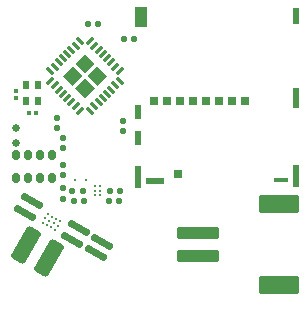
<source format=gbp>
G04 Layer_Color=128*
%FSAX24Y24*%
%MOIN*%
G70*
G01*
G75*
G04:AMPARAMS|DCode=14|XSize=21.3mil|YSize=19.7mil|CornerRadius=5.1mil|HoleSize=0mil|Usage=FLASHONLY|Rotation=90.000|XOffset=0mil|YOffset=0mil|HoleType=Round|Shape=RoundedRectangle|*
%AMROUNDEDRECTD14*
21,1,0.0213,0.0094,0,0,90.0*
21,1,0.0110,0.0197,0,0,90.0*
1,1,0.0102,0.0047,0.0055*
1,1,0.0102,0.0047,-0.0055*
1,1,0.0102,-0.0047,-0.0055*
1,1,0.0102,-0.0047,0.0055*
%
%ADD14ROUNDEDRECTD14*%
G04:AMPARAMS|DCode=19|XSize=20.1mil|YSize=19.7mil|CornerRadius=5.1mil|HoleSize=0mil|Usage=FLASHONLY|Rotation=180.000|XOffset=0mil|YOffset=0mil|HoleType=Round|Shape=RoundedRectangle|*
%AMROUNDEDRECTD19*
21,1,0.0201,0.0094,0,0,180.0*
21,1,0.0098,0.0197,0,0,180.0*
1,1,0.0102,-0.0049,0.0047*
1,1,0.0102,0.0049,0.0047*
1,1,0.0102,0.0049,-0.0047*
1,1,0.0102,-0.0049,-0.0047*
%
%ADD19ROUNDEDRECTD19*%
G04:AMPARAMS|DCode=23|XSize=21.3mil|YSize=19.7mil|CornerRadius=5.1mil|HoleSize=0mil|Usage=FLASHONLY|Rotation=180.000|XOffset=0mil|YOffset=0mil|HoleType=Round|Shape=RoundedRectangle|*
%AMROUNDEDRECTD23*
21,1,0.0213,0.0094,0,0,180.0*
21,1,0.0110,0.0197,0,0,180.0*
1,1,0.0102,-0.0055,0.0047*
1,1,0.0102,0.0055,0.0047*
1,1,0.0102,0.0055,-0.0047*
1,1,0.0102,-0.0055,-0.0047*
%
%ADD23ROUNDEDRECTD23*%
G04:AMPARAMS|DCode=25|XSize=20.1mil|YSize=19.7mil|CornerRadius=5.1mil|HoleSize=0mil|Usage=FLASHONLY|Rotation=270.000|XOffset=0mil|YOffset=0mil|HoleType=Round|Shape=RoundedRectangle|*
%AMROUNDEDRECTD25*
21,1,0.0201,0.0094,0,0,270.0*
21,1,0.0098,0.0197,0,0,270.0*
1,1,0.0102,-0.0047,-0.0049*
1,1,0.0102,-0.0047,0.0049*
1,1,0.0102,0.0047,0.0049*
1,1,0.0102,0.0047,-0.0049*
%
%ADD25ROUNDEDRECTD25*%
G04:AMPARAMS|DCode=39|XSize=39.4mil|YSize=137.8mil|CornerRadius=4.9mil|HoleSize=0mil|Usage=FLASHONLY|Rotation=90.000|XOffset=0mil|YOffset=0mil|HoleType=Round|Shape=RoundedRectangle|*
%AMROUNDEDRECTD39*
21,1,0.0394,0.1280,0,0,90.0*
21,1,0.0295,0.1378,0,0,90.0*
1,1,0.0098,0.0640,0.0148*
1,1,0.0098,0.0640,-0.0148*
1,1,0.0098,-0.0640,-0.0148*
1,1,0.0098,-0.0640,0.0148*
%
%ADD39ROUNDEDRECTD39*%
G04:AMPARAMS|DCode=40|XSize=59.1mil|YSize=133.9mil|CornerRadius=7.4mil|HoleSize=0mil|Usage=FLASHONLY|Rotation=90.000|XOffset=0mil|YOffset=0mil|HoleType=Round|Shape=RoundedRectangle|*
%AMROUNDEDRECTD40*
21,1,0.0591,0.1191,0,0,90.0*
21,1,0.0443,0.1339,0,0,90.0*
1,1,0.0148,0.0595,0.0221*
1,1,0.0148,0.0595,-0.0221*
1,1,0.0148,-0.0595,-0.0221*
1,1,0.0148,-0.0595,0.0221*
%
%ADD40ROUNDEDRECTD40*%
%ADD41C,0.0250*%
%ADD42R,0.0252X0.0276*%
%ADD43R,0.0610X0.0217*%
%ADD44R,0.0512X0.0177*%
%ADD45R,0.0205X0.0650*%
%ADD46R,0.0276X0.0276*%
%ADD47R,0.0224X0.0571*%
%ADD48R,0.0398X0.0669*%
%ADD49R,0.0205X0.0453*%
%ADD50R,0.0224X0.0772*%
%ADD51R,0.0224X0.0728*%
G04:AMPARAMS|DCode=52|XSize=29.9mil|YSize=10.2mil|CornerRadius=2.8mil|HoleSize=0mil|Usage=FLASHONLY|Rotation=225.000|XOffset=0mil|YOffset=0mil|HoleType=Round|Shape=RoundedRectangle|*
%AMROUNDEDRECTD52*
21,1,0.0299,0.0047,0,0,225.0*
21,1,0.0244,0.0102,0,0,225.0*
1,1,0.0055,-0.0103,-0.0070*
1,1,0.0055,0.0070,0.0103*
1,1,0.0055,0.0103,0.0070*
1,1,0.0055,-0.0070,-0.0103*
%
%ADD52ROUNDEDRECTD52*%
G04:AMPARAMS|DCode=53|XSize=29.9mil|YSize=10.2mil|CornerRadius=2.8mil|HoleSize=0mil|Usage=FLASHONLY|Rotation=135.000|XOffset=0mil|YOffset=0mil|HoleType=Round|Shape=RoundedRectangle|*
%AMROUNDEDRECTD53*
21,1,0.0299,0.0047,0,0,135.0*
21,1,0.0244,0.0102,0,0,135.0*
1,1,0.0055,-0.0070,0.0103*
1,1,0.0055,0.0103,-0.0070*
1,1,0.0055,0.0070,-0.0103*
1,1,0.0055,-0.0103,0.0070*
%
%ADD53ROUNDEDRECTD53*%
G04:AMPARAMS|DCode=55|XSize=34.3mil|YSize=23.6mil|CornerRadius=5.9mil|HoleSize=0mil|Usage=FLASHONLY|Rotation=90.000|XOffset=0mil|YOffset=0mil|HoleType=Round|Shape=RoundedRectangle|*
%AMROUNDEDRECTD55*
21,1,0.0343,0.0118,0,0,90.0*
21,1,0.0224,0.0236,0,0,90.0*
1,1,0.0118,0.0059,0.0112*
1,1,0.0118,0.0059,-0.0112*
1,1,0.0118,-0.0059,-0.0112*
1,1,0.0118,-0.0059,0.0112*
%
%ADD55ROUNDEDRECTD55*%
G04:AMPARAMS|DCode=56|XSize=23.2mil|YSize=81.1mil|CornerRadius=5.9mil|HoleSize=0mil|Usage=FLASHONLY|Rotation=60.000|XOffset=0mil|YOffset=0mil|HoleType=Round|Shape=RoundedRectangle|*
%AMROUNDEDRECTD56*
21,1,0.0232,0.0693,0,0,60.0*
21,1,0.0114,0.0811,0,0,60.0*
1,1,0.0118,0.0328,-0.0124*
1,1,0.0118,0.0271,-0.0222*
1,1,0.0118,-0.0328,0.0124*
1,1,0.0118,-0.0271,0.0222*
%
%ADD56ROUNDEDRECTD56*%
%ADD57C,0.0091*%
G04:AMPARAMS|DCode=58|XSize=52.8mil|YSize=122.8mil|CornerRadius=9.8mil|HoleSize=0mil|Usage=FLASHONLY|Rotation=150.000|XOffset=0mil|YOffset=0mil|HoleType=Round|Shape=RoundedRectangle|*
%AMROUNDEDRECTD58*
21,1,0.0528,0.1033,0,0,150.0*
21,1,0.0332,0.1228,0,0,150.0*
1,1,0.0195,0.0114,0.0530*
1,1,0.0195,0.0402,0.0364*
1,1,0.0195,-0.0114,-0.0530*
1,1,0.0195,-0.0402,-0.0364*
%
%ADD58ROUNDEDRECTD58*%
%ADD60R,0.0248X0.0303*%
G04:AMPARAMS|DCode=61|XSize=15mil|YSize=11.8mil|CornerRadius=3.1mil|HoleSize=0mil|Usage=FLASHONLY|Rotation=90.000|XOffset=0mil|YOffset=0mil|HoleType=Round|Shape=RoundedRectangle|*
%AMROUNDEDRECTD61*
21,1,0.0150,0.0056,0,0,90.0*
21,1,0.0087,0.0118,0,0,90.0*
1,1,0.0063,0.0028,0.0044*
1,1,0.0063,0.0028,-0.0044*
1,1,0.0063,-0.0028,-0.0044*
1,1,0.0063,-0.0028,0.0044*
%
%ADD61ROUNDEDRECTD61*%
G04:AMPARAMS|DCode=62|XSize=15mil|YSize=11.8mil|CornerRadius=3.1mil|HoleSize=0mil|Usage=FLASHONLY|Rotation=0.000|XOffset=0mil|YOffset=0mil|HoleType=Round|Shape=RoundedRectangle|*
%AMROUNDEDRECTD62*
21,1,0.0150,0.0056,0,0,0.0*
21,1,0.0087,0.0118,0,0,0.0*
1,1,0.0063,0.0044,-0.0028*
1,1,0.0063,-0.0044,-0.0028*
1,1,0.0063,-0.0044,0.0028*
1,1,0.0063,0.0044,0.0028*
%
%ADD62ROUNDEDRECTD62*%
G04:AMPARAMS|DCode=111|XSize=5.5mil|YSize=9.4mil|CornerRadius=0mil|HoleSize=0mil|Usage=FLASHONLY|Rotation=180.000|XOffset=0mil|YOffset=0mil|HoleType=Round|Shape=RoundedRectangle|*
%AMROUNDEDRECTD111*
21,1,0.0055,0.0094,0,0,180.0*
21,1,0.0055,0.0094,0,0,180.0*
1,1,0.0000,-0.0028,0.0047*
1,1,0.0000,0.0028,0.0047*
1,1,0.0000,0.0028,-0.0047*
1,1,0.0000,-0.0028,-0.0047*
%
%ADD111ROUNDEDRECTD111*%
G36*
X002556Y007520D02*
X002236Y007200D01*
X001916Y007520D01*
X002236Y007840D01*
X002556Y007520D01*
D02*
G37*
G36*
X002965Y007111D02*
X002645Y006791D01*
X002325Y007111D01*
X002645Y007431D01*
X002965Y007111D01*
D02*
G37*
G36*
Y007929D02*
X002645Y007609D01*
X002325Y007929D01*
X002645Y008249D01*
X002965Y007929D01*
D02*
G37*
G36*
X003375Y007520D02*
X003054Y007200D01*
X002734Y007520D01*
X003054Y007840D01*
X003375Y007520D01*
D02*
G37*
D14*
X003927Y005685D02*
D03*
Y006024D02*
D03*
X001900Y005131D02*
D03*
Y005469D02*
D03*
Y004569D02*
D03*
Y004231D02*
D03*
X001700Y006119D02*
D03*
Y005781D02*
D03*
D19*
X003825Y003700D02*
D03*
X003475D02*
D03*
X002225D02*
D03*
X002575D02*
D03*
D23*
X003931Y008750D02*
D03*
X004269D02*
D03*
X003069Y009250D02*
D03*
X002731D02*
D03*
X003431Y003350D02*
D03*
X003769D02*
D03*
X002619D02*
D03*
X002281D02*
D03*
D25*
X001900Y003775D02*
D03*
Y003425D02*
D03*
D39*
X006422Y001506D02*
D03*
Y002294D02*
D03*
D40*
X009099Y000542D02*
D03*
Y003258D02*
D03*
D41*
X000350Y005800D02*
D03*
Y005300D02*
D03*
D42*
X005385Y006682D02*
D03*
X005818D02*
D03*
X006251D02*
D03*
X007983D02*
D03*
X006684D02*
D03*
X007117D02*
D03*
X007550D02*
D03*
X004952D02*
D03*
D43*
X004993Y004004D02*
D03*
D44*
X009176Y004062D02*
D03*
D45*
X009682Y006788D02*
D03*
D46*
X005739Y004241D02*
D03*
D47*
X009682Y009526D02*
D03*
D48*
X004505Y009477D02*
D03*
D49*
X004408Y006316D02*
D03*
Y005446D02*
D03*
D50*
X009682Y004174D02*
D03*
D51*
X004418Y004152D02*
D03*
D52*
X002468Y006369D02*
D03*
X002329Y006508D02*
D03*
X002190Y006647D02*
D03*
X002051Y006786D02*
D03*
X001912Y006926D02*
D03*
X001772Y007065D02*
D03*
X001633Y007204D02*
D03*
X001494Y007343D02*
D03*
X002822Y008671D02*
D03*
X002961Y008532D02*
D03*
X003100Y008393D02*
D03*
X003240Y008254D02*
D03*
X003379Y008114D02*
D03*
X003518Y007975D02*
D03*
X003657Y007836D02*
D03*
X003796Y007697D02*
D03*
D53*
X001494D02*
D03*
X001633Y007836D02*
D03*
X001772Y007975D02*
D03*
X001912Y008114D02*
D03*
X002051Y008254D02*
D03*
X002190Y008393D02*
D03*
X002329Y008532D02*
D03*
X002468Y008671D02*
D03*
X003796Y007343D02*
D03*
X003657Y007204D02*
D03*
X003518Y007065D02*
D03*
X003379Y006926D02*
D03*
X003240Y006786D02*
D03*
X003100Y006647D02*
D03*
X002961Y006508D02*
D03*
X002822Y006369D02*
D03*
D55*
X001541Y004882D02*
D03*
X001147D02*
D03*
X000753D02*
D03*
X000359D02*
D03*
Y004118D02*
D03*
X000753D02*
D03*
X001147D02*
D03*
X001541D02*
D03*
D56*
X000883Y003352D02*
D03*
X000662Y002970D02*
D03*
X002221Y002070D02*
D03*
X002442Y002452D02*
D03*
X003221Y002002D02*
D03*
X003001Y001620D02*
D03*
D57*
X001657Y002400D02*
D03*
X001735Y002536D02*
D03*
X001814Y002672D02*
D03*
X001520Y002478D02*
D03*
X001599Y002615D02*
D03*
X001678Y002751D02*
D03*
X001384Y002557D02*
D03*
X001462Y002694D02*
D03*
X001541Y002830D02*
D03*
X001247Y002636D02*
D03*
X001326Y002772D02*
D03*
X001405Y002909D02*
D03*
X002971Y003543D02*
D03*
X003129D02*
D03*
X002971Y003700D02*
D03*
X003129D02*
D03*
X002971Y003857D02*
D03*
X003129D02*
D03*
D58*
X000692Y001880D02*
D03*
X001435Y001451D02*
D03*
D60*
X001093Y006698D02*
D03*
X000695Y006698D02*
D03*
X000695Y007214D02*
D03*
X001093Y007214D02*
D03*
D61*
X000350Y007010D02*
D03*
Y006790D02*
D03*
D62*
X001010Y006300D02*
D03*
X000790Y006300D02*
D03*
D111*
X002323Y004050D02*
D03*
X002677D02*
D03*
M02*

</source>
